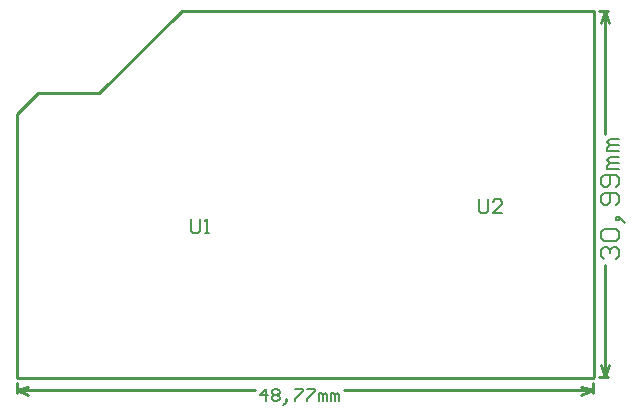
<source format=gm1>
%FSTAX23Y23*%
%MOIN*%
%SFA1B1*%

%IPPOS*%
%ADD22C,0.010000*%
%ADD25C,0.007874*%
%ADD34C,0.005905*%
%LNntc-1*%
%LPD*%
G54D22*
X02375Y027D02*
Y02735D01*
X04295Y027D02*
Y02735D01*
X02375Y0271D02*
X03168D01*
X03466D02*
X04295D01*
X02375D02*
X02414Y02696D01*
X02375Y0271D02*
X02414Y02723D01*
X04255D02*
X04295Y0271D01*
X04255Y02696D02*
X04295Y0271D01*
X04315Y03975D02*
X04345D01*
X04315Y02755D02*
X04345D01*
X04335Y03564D02*
Y03975D01*
Y02755D02*
Y03129D01*
X04321Y03935D02*
X04335Y03975D01*
X04348Y03935*
X04335Y02755D02*
X04348Y02794D01*
X04321D02*
X04335Y02755D01*
X02445Y037D02*
X0265D01*
X02925Y03975*
X0295*
X04295Y0275D02*
X043Y02755D01*
Y03975*
X02375Y0275D02*
X04295D01*
X02375D02*
Y0363D01*
X02445Y037*
X0295Y03975D02*
X043D01*
G54D25*
X03205Y02675D02*
Y02715D01*
X03185Y02695*
X03212*
X03225Y02708D02*
X03231Y02715D01*
X03244*
X03251Y02708*
Y02702*
X03244Y02695*
X03251Y02689*
Y02682*
X03244Y02675*
X03231*
X03225Y02682*
Y02689*
X03231Y02695*
X03225Y02702*
Y02708*
X03231Y02695D02*
X03244D01*
X03271Y02669D02*
X03277Y02675D01*
Y02682*
X03271*
Y02675*
X03277*
X03271Y02669*
X03264Y02662*
X03304Y02715D02*
X0333D01*
Y02708*
X03304Y02682*
Y02675*
X03343Y02715D02*
X03369D01*
Y02708*
X03343Y02682*
Y02675*
X03382D02*
Y02702D01*
X03389*
X03395Y02695*
Y02675*
Y02695*
X03402Y02702*
X03408Y02695*
Y02675*
X03422D02*
Y02702D01*
X03428*
X03435Y02695*
Y02675*
Y02695*
X03441Y02702*
X03448Y02695*
Y02675*
X04332Y03147D02*
X04322Y03157D01*
Y03177*
X04332Y03187*
X04342*
X04352Y03177*
Y03167*
Y03177*
X04362Y03187*
X04372*
X04382Y03177*
Y03157*
X04372Y03147*
X04332Y03207D02*
X04322Y03217D01*
Y03237*
X04332Y03247*
X04372*
X04382Y03237*
Y03217*
X04372Y03207*
X04332*
X04392Y03277D02*
X04382Y03287D01*
X04372*
Y03277*
X04382*
Y03287*
X04392Y03277*
X04402Y03267*
X04372Y03327D02*
X04382Y03337D01*
Y03357*
X04372Y03367*
X04332*
X04322Y03357*
Y03337*
X04332Y03327*
X04342*
X04352Y03337*
Y03367*
X04372Y03387D02*
X04382Y03397D01*
Y03417*
X04372Y03427*
X04332*
X04322Y03417*
Y03397*
X04332Y03387*
X04342*
X04352Y03397*
Y03427*
X04382Y03447D02*
X04342D01*
Y03457*
X04352Y03467*
X04382*
X04352*
X04342Y03477*
X04352Y03487*
X04382*
Y03507D02*
X04342D01*
Y03517*
X04352Y03527*
X04382*
X04352*
X04342Y03537*
X04352Y03547*
X04382*
G54D34*
X02955Y03282D02*
Y03242D01*
X02962Y03235*
X02978*
X02986Y03242*
Y03282*
X03002Y03235D02*
X03017D01*
X0301*
Y03282*
X03002Y03274*
X03915Y03347D02*
Y03307D01*
X03922Y033*
X03938*
X03946Y03307*
Y03347*
X03993Y033D02*
X03962D01*
X03993Y03331*
Y03339*
X03985Y03347*
X0397*
X03962Y03339*
M02*
</source>
